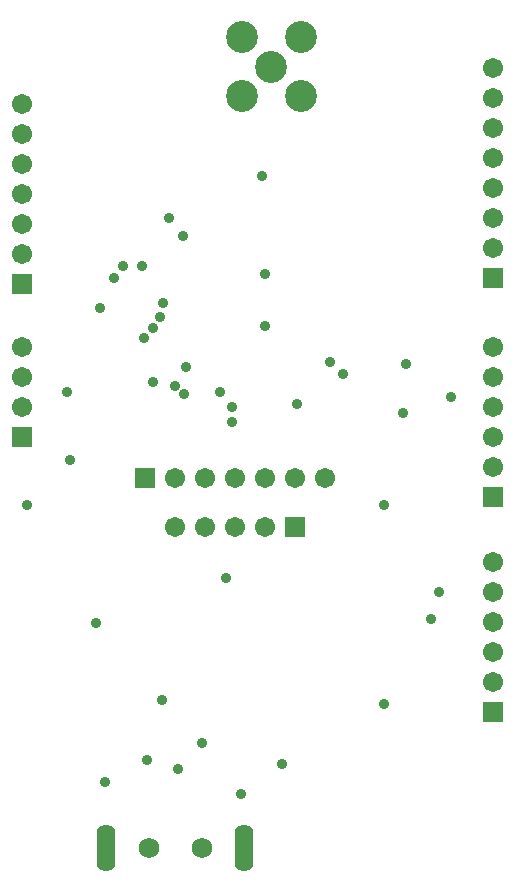
<source format=gbs>
G04*
G04 #@! TF.GenerationSoftware,Altium Limited,Altium Designer,18.0.9 (584)*
G04*
G04 Layer_Color=16711935*
%FSLAX25Y25*%
%MOIN*%
G70*
G01*
G75*
%ADD51C,0.10642*%
%ADD52C,0.06706*%
%ADD53R,0.06706X0.06706*%
%ADD54C,0.06800*%
%ADD55O,0.06312X0.15761*%
%ADD56R,0.06706X0.06706*%
%ADD57C,0.03556*%
D51*
X183658Y387343D02*
D03*
X203343D02*
D03*
Y367657D02*
D03*
X183658D02*
D03*
X193500Y377500D02*
D03*
D52*
X161500Y224000D02*
D03*
X171500D02*
D03*
X181500D02*
D03*
X191500D02*
D03*
X211500Y240500D02*
D03*
X201500D02*
D03*
X191500D02*
D03*
X181500D02*
D03*
X161500D02*
D03*
X171500D02*
D03*
X110500Y365000D02*
D03*
Y355000D02*
D03*
Y345000D02*
D03*
Y335000D02*
D03*
Y315000D02*
D03*
Y325000D02*
D03*
X267500Y172500D02*
D03*
Y182500D02*
D03*
Y192500D02*
D03*
Y202500D02*
D03*
Y212500D02*
D03*
Y317000D02*
D03*
Y327000D02*
D03*
Y337000D02*
D03*
Y347000D02*
D03*
Y357000D02*
D03*
Y367000D02*
D03*
Y377000D02*
D03*
Y244000D02*
D03*
Y254000D02*
D03*
Y264000D02*
D03*
Y274000D02*
D03*
Y284000D02*
D03*
X110500D02*
D03*
Y274000D02*
D03*
Y264000D02*
D03*
D53*
X201500Y224000D02*
D03*
X151500Y240500D02*
D03*
D54*
X170327Y117000D02*
D03*
X152610D02*
D03*
D55*
X184500D02*
D03*
X138437D02*
D03*
D56*
X110500Y305000D02*
D03*
X267500Y162500D02*
D03*
Y307000D02*
D03*
Y234000D02*
D03*
X110500Y254000D02*
D03*
D57*
X183500Y135000D02*
D03*
X197000Y145000D02*
D03*
X176500Y269000D02*
D03*
X213000Y279000D02*
D03*
X190500Y341000D02*
D03*
X112000Y231500D02*
D03*
X231000Y165000D02*
D03*
X135000Y192000D02*
D03*
X180500Y259000D02*
D03*
X253500Y267500D02*
D03*
X237500Y262000D02*
D03*
X191500Y308500D02*
D03*
Y291177D02*
D03*
X157000Y166500D02*
D03*
X231000Y231500D02*
D03*
X125500Y269000D02*
D03*
X136500Y297000D02*
D03*
X157500Y298657D02*
D03*
X141000Y307000D02*
D03*
X164000Y321000D02*
D03*
X165000Y277500D02*
D03*
X154000Y290500D02*
D03*
Y272500D02*
D03*
X180500Y264000D02*
D03*
X151000Y287000D02*
D03*
X164500Y268500D02*
D03*
X156500Y294000D02*
D03*
X161500Y271000D02*
D03*
X170500Y152000D02*
D03*
X152000Y146500D02*
D03*
X138000Y139000D02*
D03*
X162500Y143500D02*
D03*
X159500Y327000D02*
D03*
X144000Y311000D02*
D03*
X150500D02*
D03*
X246744Y193244D02*
D03*
X249500Y202500D02*
D03*
X178500Y207000D02*
D03*
X202000Y265000D02*
D03*
X217500Y275000D02*
D03*
X238500Y278500D02*
D03*
X126500Y246500D02*
D03*
M02*

</source>
